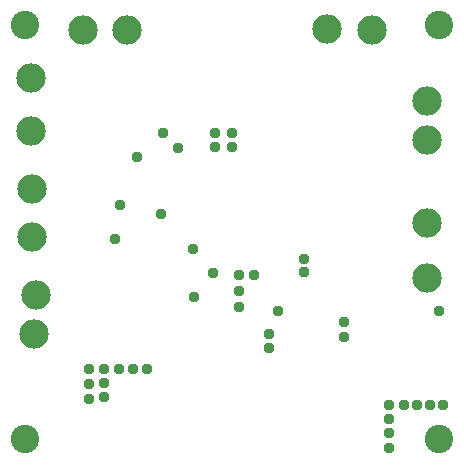
<source format=gbs>
G75*
%MOIN*%
%OFA0B0*%
%FSLAX25Y25*%
%IPPOS*%
%LPD*%
%AMOC8*
5,1,8,0,0,1.08239X$1,22.5*
%
%ADD10C,0.09800*%
%ADD11C,0.09461*%
%ADD12C,0.03778*%
D10*
X0029706Y0066611D03*
X0030099Y0079461D03*
X0028965Y0098784D03*
X0028965Y0115068D03*
X0028572Y0134099D03*
X0028572Y0151792D03*
X0045973Y0167942D03*
X0060540Y0167950D03*
X0127099Y0168194D03*
X0142328Y0167997D03*
X0160461Y0144367D03*
X0160461Y0131217D03*
X0160422Y0103603D03*
X0160587Y0085280D03*
D11*
X0026643Y0031643D03*
X0026643Y0169438D03*
X0164438Y0169438D03*
X0164438Y0031643D03*
D12*
X0166013Y0043060D03*
X0161682Y0043060D03*
X0157351Y0043060D03*
X0153020Y0043060D03*
X0147902Y0043060D03*
X0147902Y0038335D03*
X0147902Y0033611D03*
X0147902Y0028493D03*
X0132942Y0065501D03*
X0132942Y0070619D03*
X0119556Y0087154D03*
X0119556Y0091485D03*
X0110894Y0074162D03*
X0107745Y0066682D03*
X0107745Y0061957D03*
X0097902Y0075737D03*
X0097902Y0080855D03*
X0097902Y0086367D03*
X0103020Y0086367D03*
X0089241Y0086761D03*
X0082942Y0078887D03*
X0082548Y0095028D03*
X0071918Y0106446D03*
X0058139Y0109595D03*
X0056564Y0098178D03*
X0064044Y0125737D03*
X0072706Y0133611D03*
X0077430Y0128493D03*
X0090028Y0128887D03*
X0090028Y0133611D03*
X0095540Y0133611D03*
X0095540Y0128887D03*
X0067194Y0054871D03*
X0062469Y0054871D03*
X0057745Y0054871D03*
X0053020Y0054871D03*
X0053020Y0050146D03*
X0053020Y0045422D03*
X0047902Y0045028D03*
X0047902Y0049753D03*
X0047902Y0054871D03*
X0164438Y0074162D03*
M02*

</source>
